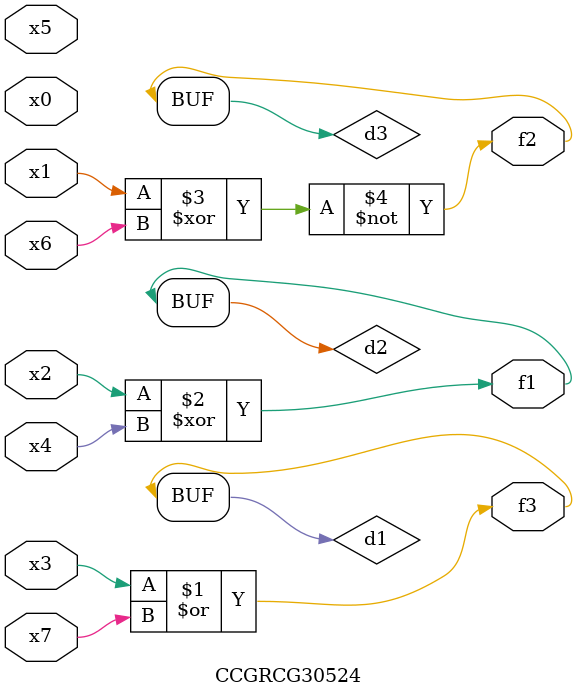
<source format=v>
module CCGRCG30524(
	input x0, x1, x2, x3, x4, x5, x6, x7,
	output f1, f2, f3
);

	wire d1, d2, d3;

	or (d1, x3, x7);
	xor (d2, x2, x4);
	xnor (d3, x1, x6);
	assign f1 = d2;
	assign f2 = d3;
	assign f3 = d1;
endmodule

</source>
